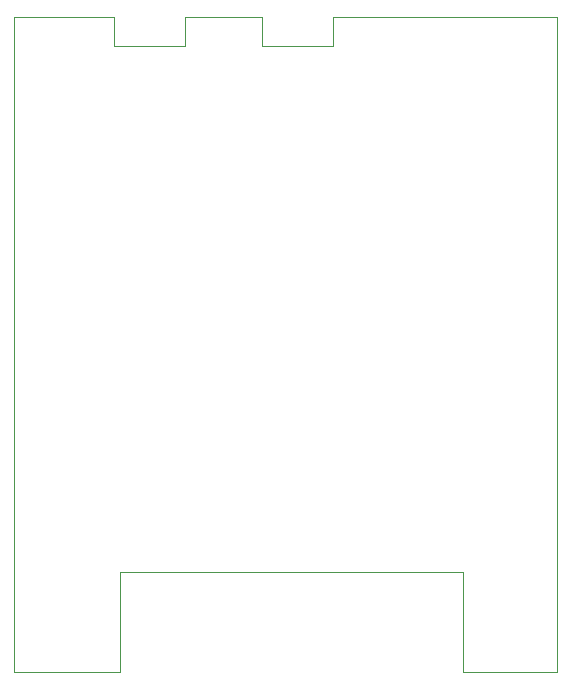
<source format=gm1>
%TF.GenerationSoftware,KiCad,Pcbnew,5.1.6-c6e7f7d~87~ubuntu20.04.1*%
%TF.CreationDate,2020-09-20T16:54:06+03:00*%
%TF.ProjectId,lcd_board,6c63645f-626f-4617-9264-2e6b69636164,rev?*%
%TF.SameCoordinates,Original*%
%TF.FileFunction,Profile,NP*%
%FSLAX46Y46*%
G04 Gerber Fmt 4.6, Leading zero omitted, Abs format (unit mm)*
G04 Created by KiCad (PCBNEW 5.1.6-c6e7f7d~87~ubuntu20.04.1) date 2020-09-20 16:54:06*
%MOMM*%
%LPD*%
G01*
G04 APERTURE LIST*
%TA.AperFunction,Profile*%
%ADD10C,0.050000*%
%TD*%
G04 APERTURE END LIST*
D10*
X170500000Y-128500000D02*
X170500000Y-120000000D01*
X178500000Y-128500000D02*
X170500000Y-128500000D01*
X141500000Y-120000000D02*
X141500000Y-128500000D01*
X170500000Y-120000000D02*
X141500000Y-120000000D01*
X141000000Y-73000000D02*
X132500000Y-73000000D01*
X153500000Y-73000000D02*
X147000000Y-73000000D01*
X141000000Y-75500000D02*
X141000000Y-73000000D01*
X147000000Y-75500000D02*
X141000000Y-75500000D01*
X147000000Y-73000000D02*
X147000000Y-75500000D01*
X153500000Y-75500000D02*
X153500000Y-73000000D01*
X159500000Y-75500000D02*
X153500000Y-75500000D01*
X159500000Y-73000000D02*
X159500000Y-75500000D01*
X132500000Y-128500000D02*
X141500000Y-128500000D01*
X178500000Y-73000000D02*
X178500000Y-128500000D01*
X132500000Y-73000000D02*
X132500000Y-128500000D01*
X178500000Y-73000000D02*
X159500000Y-73000000D01*
M02*

</source>
